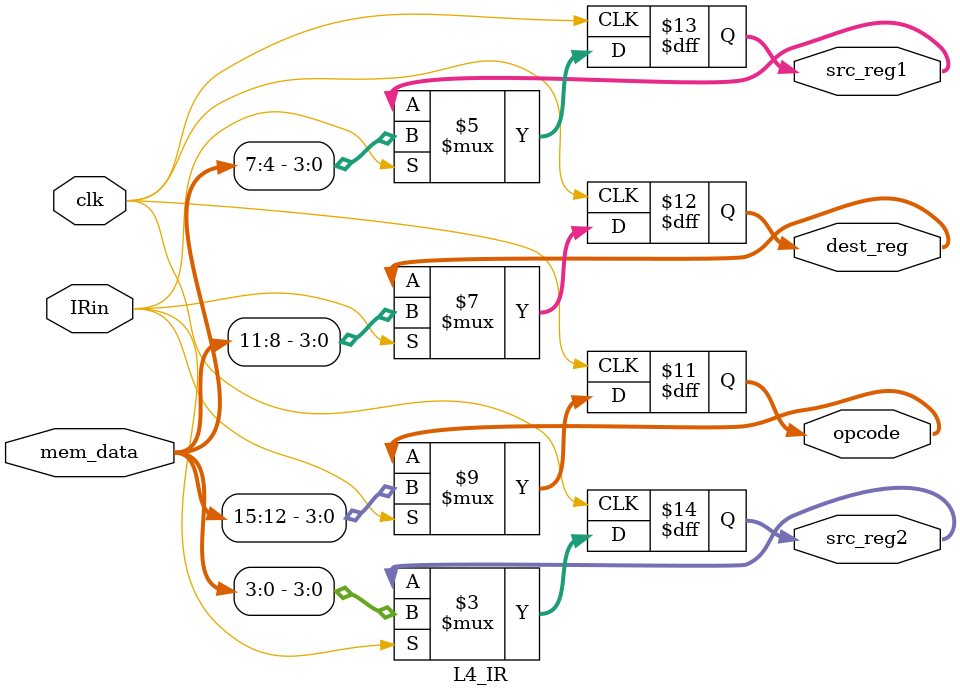
<source format=v>
module L4_IR(
	input [15:0] mem_data,
	input clk,
	input IRin, //load enable
	output reg [3:0] opcode,
	output reg [3:0] dest_reg,
	output reg [3:0] src_reg1,
	output reg [3:0] src_reg2
);
        
	initial begin
	   opcode <= 11; 
	   dest_reg <= 0;
	   src_reg1 <= 0;
	   src_reg2 <= 0;
	end

	always@(posedge clk)
    begin
        if(IRin)
        begin
            src_reg2 <= mem_data[3:0];
            src_reg1 <= mem_data[7:4];
            dest_reg <= mem_data[11:8];
            opcode <= mem_data[15:12];
        end
    end
	

endmodule
</source>
